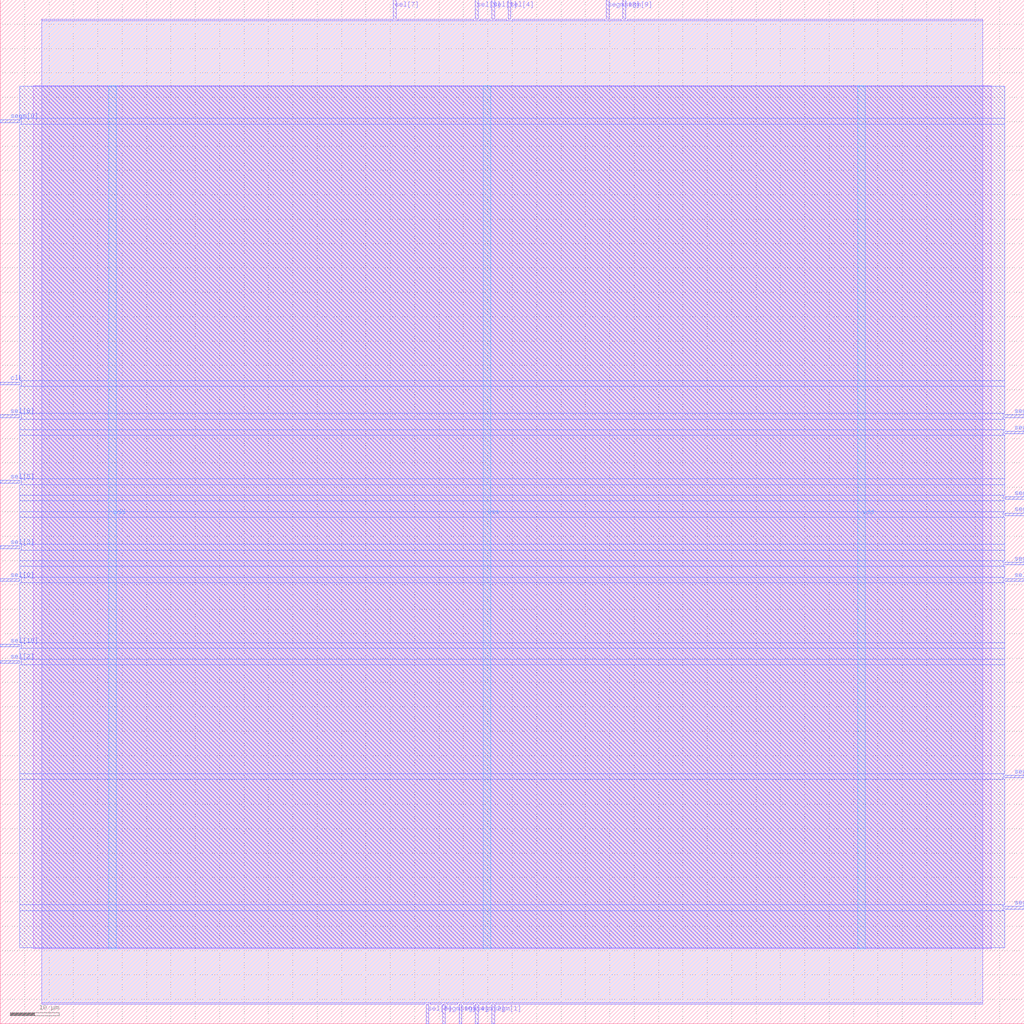
<source format=lef>
VERSION 5.7 ;
  NOWIREEXTENSIONATPIN ON ;
  DIVIDERCHAR "/" ;
  BUSBITCHARS "[]" ;
MACRO ita23
  CLASS BLOCK ;
  FOREIGN ita23 ;
  ORIGIN 0.000 0.000 ;
  SIZE 210.000 BY 210.000 ;
  PIN clk
    DIRECTION INPUT ;
    USE SIGNAL ;
    ANTENNAGATEAREA 4.738000 ;
    ANTENNADIFFAREA 0.410400 ;
    PORT
      LAYER Metal3 ;
        RECT 0.000 131.040 4.000 131.600 ;
    END
  END clk
  PIN segm[0]
    DIRECTION OUTPUT TRISTATE ;
    USE SIGNAL ;
    ANTENNADIFFAREA 0.360800 ;
    PORT
      LAYER Metal3 ;
        RECT 0.000 184.800 4.000 185.360 ;
    END
  END segm[0]
  PIN segm[10]
    DIRECTION OUTPUT TRISTATE ;
    USE SIGNAL ;
    ANTENNADIFFAREA 4.731200 ;
    PORT
      LAYER Metal2 ;
        RECT 90.720 0.000 91.280 4.000 ;
    END
  END segm[10]
  PIN segm[11]
    DIRECTION OUTPUT TRISTATE ;
    USE SIGNAL ;
    ANTENNADIFFAREA 4.731200 ;
    PORT
      LAYER Metal3 ;
        RECT 206.000 94.080 210.000 94.640 ;
    END
  END segm[11]
  PIN segm[12]
    DIRECTION OUTPUT TRISTATE ;
    USE SIGNAL ;
    ANTENNADIFFAREA 4.731200 ;
    PORT
      LAYER Metal3 ;
        RECT 206.000 104.160 210.000 104.720 ;
    END
  END segm[12]
  PIN segm[13]
    DIRECTION OUTPUT TRISTATE ;
    USE SIGNAL ;
    ANTENNADIFFAREA 4.731200 ;
    PORT
      LAYER Metal2 ;
        RECT 124.320 206.000 124.880 210.000 ;
    END
  END segm[13]
  PIN segm[1]
    DIRECTION OUTPUT TRISTATE ;
    USE SIGNAL ;
    ANTENNADIFFAREA 4.731200 ;
    PORT
      LAYER Metal2 ;
        RECT 100.800 0.000 101.360 4.000 ;
    END
  END segm[1]
  PIN segm[2]
    DIRECTION OUTPUT TRISTATE ;
    USE SIGNAL ;
    ANTENNADIFFAREA 0.360800 ;
    PORT
      LAYER Metal2 ;
        RECT 97.440 0.000 98.000 4.000 ;
    END
  END segm[2]
  PIN segm[3]
    DIRECTION OUTPUT TRISTATE ;
    USE SIGNAL ;
    ANTENNADIFFAREA 0.360800 ;
    PORT
      LAYER Metal3 ;
        RECT 206.000 23.520 210.000 24.080 ;
    END
  END segm[3]
  PIN segm[4]
    DIRECTION OUTPUT TRISTATE ;
    USE SIGNAL ;
    ANTENNADIFFAREA 4.731200 ;
    PORT
      LAYER Metal2 ;
        RECT 94.080 0.000 94.640 4.000 ;
    END
  END segm[4]
  PIN segm[5]
    DIRECTION OUTPUT TRISTATE ;
    USE SIGNAL ;
    ANTENNADIFFAREA 0.360800 ;
    PORT
      LAYER Metal3 ;
        RECT 206.000 50.400 210.000 50.960 ;
    END
  END segm[5]
  PIN segm[6]
    DIRECTION OUTPUT TRISTATE ;
    USE SIGNAL ;
    ANTENNADIFFAREA 4.731200 ;
    PORT
      LAYER Metal3 ;
        RECT 206.000 120.960 210.000 121.520 ;
    END
  END segm[6]
  PIN segm[7]
    DIRECTION OUTPUT TRISTATE ;
    USE SIGNAL ;
    ANTENNADIFFAREA 4.731200 ;
    PORT
      LAYER Metal3 ;
        RECT 206.000 124.320 210.000 124.880 ;
    END
  END segm[7]
  PIN segm[8]
    DIRECTION OUTPUT TRISTATE ;
    USE SIGNAL ;
    ANTENNADIFFAREA 4.731200 ;
    PORT
      LAYER Metal3 ;
        RECT 206.000 107.520 210.000 108.080 ;
    END
  END segm[8]
  PIN segm[9]
    DIRECTION OUTPUT TRISTATE ;
    USE SIGNAL ;
    ANTENNADIFFAREA 4.731200 ;
    PORT
      LAYER Metal2 ;
        RECT 127.680 206.000 128.240 210.000 ;
    END
  END segm[9]
  PIN sel[0]
    DIRECTION OUTPUT TRISTATE ;
    USE SIGNAL ;
    ANTENNADIFFAREA 4.731200 ;
    PORT
      LAYER Metal3 ;
        RECT 0.000 90.720 4.000 91.280 ;
    END
  END sel[0]
  PIN sel[10]
    DIRECTION OUTPUT TRISTATE ;
    USE SIGNAL ;
    ANTENNADIFFAREA 4.731200 ;
    PORT
      LAYER Metal3 ;
        RECT 0.000 77.280 4.000 77.840 ;
    END
  END sel[10]
  PIN sel[11]
    DIRECTION OUTPUT TRISTATE ;
    USE SIGNAL ;
    ANTENNADIFFAREA 4.731200 ;
    PORT
      LAYER Metal3 ;
        RECT 206.000 90.720 210.000 91.280 ;
    END
  END sel[11]
  PIN sel[1]
    DIRECTION OUTPUT TRISTATE ;
    USE SIGNAL ;
    ANTENNADIFFAREA 4.731200 ;
    PORT
      LAYER Metal2 ;
        RECT 100.800 206.000 101.360 210.000 ;
    END
  END sel[1]
  PIN sel[2]
    DIRECTION OUTPUT TRISTATE ;
    USE SIGNAL ;
    ANTENNADIFFAREA 4.731200 ;
    PORT
      LAYER Metal3 ;
        RECT 0.000 73.920 4.000 74.480 ;
    END
  END sel[2]
  PIN sel[3]
    DIRECTION OUTPUT TRISTATE ;
    USE SIGNAL ;
    ANTENNADIFFAREA 4.731200 ;
    PORT
      LAYER Metal3 ;
        RECT 0.000 97.440 4.000 98.000 ;
    END
  END sel[3]
  PIN sel[4]
    DIRECTION OUTPUT TRISTATE ;
    USE SIGNAL ;
    ANTENNADIFFAREA 4.731200 ;
    PORT
      LAYER Metal2 ;
        RECT 104.160 206.000 104.720 210.000 ;
    END
  END sel[4]
  PIN sel[5]
    DIRECTION OUTPUT TRISTATE ;
    USE SIGNAL ;
    ANTENNADIFFAREA 4.731200 ;
    PORT
      LAYER Metal3 ;
        RECT 0.000 110.880 4.000 111.440 ;
    END
  END sel[5]
  PIN sel[6]
    DIRECTION OUTPUT TRISTATE ;
    USE SIGNAL ;
    ANTENNADIFFAREA 4.731200 ;
    PORT
      LAYER Metal2 ;
        RECT 87.360 0.000 87.920 4.000 ;
    END
  END sel[6]
  PIN sel[7]
    DIRECTION OUTPUT TRISTATE ;
    USE SIGNAL ;
    ANTENNADIFFAREA 4.731200 ;
    PORT
      LAYER Metal2 ;
        RECT 80.640 206.000 81.200 210.000 ;
    END
  END sel[7]
  PIN sel[8]
    DIRECTION OUTPUT TRISTATE ;
    USE SIGNAL ;
    ANTENNADIFFAREA 4.731200 ;
    PORT
      LAYER Metal3 ;
        RECT 0.000 124.320 4.000 124.880 ;
    END
  END sel[8]
  PIN sel[9]
    DIRECTION OUTPUT TRISTATE ;
    USE SIGNAL ;
    ANTENNADIFFAREA 4.731200 ;
    PORT
      LAYER Metal2 ;
        RECT 97.440 206.000 98.000 210.000 ;
    END
  END sel[9]
  PIN vdd
    DIRECTION INOUT ;
    USE POWER ;
    PORT
      LAYER Metal4 ;
        RECT 22.240 15.380 23.840 192.380 ;
    END
    PORT
      LAYER Metal4 ;
        RECT 175.840 15.380 177.440 192.380 ;
    END
  END vdd
  PIN vss
    DIRECTION INOUT ;
    USE GROUND ;
    PORT
      LAYER Metal4 ;
        RECT 99.040 15.380 100.640 192.380 ;
    END
  END vss
  OBS
      LAYER Metal1 ;
        RECT 6.720 15.380 203.280 192.380 ;
      LAYER Metal2 ;
        RECT 8.540 205.700 80.340 206.000 ;
        RECT 81.500 205.700 97.140 206.000 ;
        RECT 98.300 205.700 100.500 206.000 ;
        RECT 101.660 205.700 103.860 206.000 ;
        RECT 105.020 205.700 124.020 206.000 ;
        RECT 125.180 205.700 127.380 206.000 ;
        RECT 128.540 205.700 201.460 206.000 ;
        RECT 8.540 4.300 201.460 205.700 ;
        RECT 8.540 4.000 87.060 4.300 ;
        RECT 88.220 4.000 90.420 4.300 ;
        RECT 91.580 4.000 93.780 4.300 ;
        RECT 94.940 4.000 97.140 4.300 ;
        RECT 98.300 4.000 100.500 4.300 ;
        RECT 101.660 4.000 201.460 4.300 ;
      LAYER Metal3 ;
        RECT 4.000 185.660 206.000 192.220 ;
        RECT 4.300 184.500 206.000 185.660 ;
        RECT 4.000 131.900 206.000 184.500 ;
        RECT 4.300 130.740 206.000 131.900 ;
        RECT 4.000 125.180 206.000 130.740 ;
        RECT 4.300 124.020 205.700 125.180 ;
        RECT 4.000 121.820 206.000 124.020 ;
        RECT 4.000 120.660 205.700 121.820 ;
        RECT 4.000 111.740 206.000 120.660 ;
        RECT 4.300 110.580 206.000 111.740 ;
        RECT 4.000 108.380 206.000 110.580 ;
        RECT 4.000 107.220 205.700 108.380 ;
        RECT 4.000 105.020 206.000 107.220 ;
        RECT 4.000 103.860 205.700 105.020 ;
        RECT 4.000 98.300 206.000 103.860 ;
        RECT 4.300 97.140 206.000 98.300 ;
        RECT 4.000 94.940 206.000 97.140 ;
        RECT 4.000 93.780 205.700 94.940 ;
        RECT 4.000 91.580 206.000 93.780 ;
        RECT 4.300 90.420 205.700 91.580 ;
        RECT 4.000 78.140 206.000 90.420 ;
        RECT 4.300 76.980 206.000 78.140 ;
        RECT 4.000 74.780 206.000 76.980 ;
        RECT 4.300 73.620 206.000 74.780 ;
        RECT 4.000 51.260 206.000 73.620 ;
        RECT 4.000 50.100 205.700 51.260 ;
        RECT 4.000 24.380 206.000 50.100 ;
        RECT 4.000 23.220 205.700 24.380 ;
        RECT 4.000 15.540 206.000 23.220 ;
  END
END ita23
END LIBRARY


</source>
